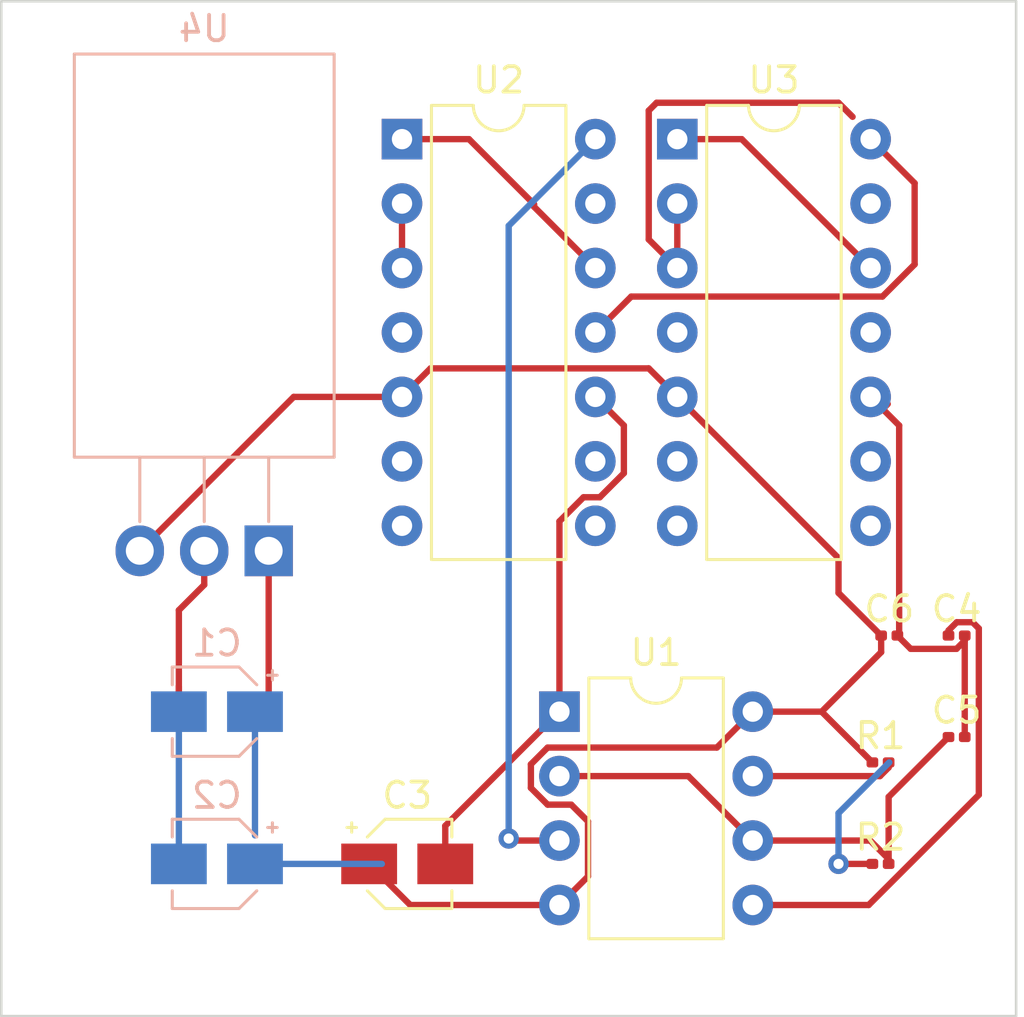
<source format=kicad_pcb>
(kicad_pcb (version 20221018) (generator pcbnew)
  (title_block (title "Rodney Beacon") (date "2023-11-28") (rev "0") (company "Cartheur Research"))
  (layers (0 "F.Cu" signal) (31 "B.Cu" signal) (34 "B.Paste" user) (35 "F.Paste" user) (36 "B.SilkS" user "B.Silkscreen") (37 "F.SilkS" user "F.Silkscreen") (38 "B.Mask" user) (39 "F.Mask" user) (44 "Edge.Cuts" user))
  (net 0 "")
  (net 1 "+12V")
  (net 2 "GND")
  (net 3 "/power")
  (net 4 "Net-(U1-CV)")
  (net 5 "Net-(U1-THR)")
  (net 6 "Net-(U1-DIS)")
  (net 7 "Net-(U1-Q)")
  (net 8 "Net-(U2-CP1..3)")
  (net 9 "Net-(U2-R0(1))")
  (net 12 "Net-(U2-Q3)")
  (net 13 "Net-(U3-CP1..3)")
  (net 14 "Net-(U3-R0(1))")
  (net 18 "Net-(U3-GND)")
  (footprint "Resistor_SMD:R_0201_0603Metric" (layer "F.Cu") (at 181.655 119)
    (fp_text reference "R1" (at 0 -1.05) (layer "F.SilkS"))
    (fp_text value "15k")
    (pad "1" smd roundrect (at -0.32 0) (size 0.46 0.4) (layers "F.Cu" "F.Mask") (net 3 "/power"))
    (pad "2" smd roundrect (at 0.32 0) (size 0.46 0.4) (layers "F.Cu" "F.Mask") (net 6 "Net-(U1-DIS)"))
  )
  (footprint "Capacitor_SMD:C_0201_0603Metric" (layer "F.Cu") (at 184.655 118)
    (fp_text reference "C5" (at 0 -1.05) (layer "F.SilkS"))
    (fp_text value "0.1uF")
    (pad "1" smd roundrect (at -0.32 0) (size 0.46 0.4) (layers "F.Cu" "F.Mask") (net 5 "Net-(U1-THR)"))
    (pad "2" smd roundrect (at 0.32 0) (size 0.46 0.4) (layers "F.Cu" "F.Mask") (net 2 "GND"))
  )
  (footprint "Capacitor_SMD:CP_Elec_3x5.3" (layer "F.Cu") (at 163 123)
    (fp_text reference "C3" (at 0 -2.7) (layer "F.SilkS"))
    (fp_text value "100pF")
    (fp_line (start -2.375 -1.435) (end -2 -1.435) (stroke (width 0.12)) (layer "F.SilkS"))
    (fp_line (start -2.1875 -1.6225) (end -2.1875 -1.2475) (stroke (width 0.12)) (layer "F.SilkS"))
    (fp_line (start -1.570563 -1.06) (end -0.870563 -1.76) (stroke (width 0.12)) (layer "F.SilkS"))
    (fp_line (start -1.570563 1.06) (end -0.870563 1.76) (stroke (width 0.12)) (layer "F.SilkS"))
    (fp_line (start -0.870563 -1.76) (end 1.76 -1.76) (stroke (width 0.12)) (layer "F.SilkS"))
    (fp_line (start -0.870563 1.76) (end 1.76 1.76) (stroke (width 0.12)) (layer "F.SilkS"))
    (fp_line (start 1.76 -1.76) (end 1.76 -1.06) (stroke (width 0.12)) (layer "F.SilkS"))
    (fp_line (start 1.76 1.76) (end 1.76 1.06) (stroke (width 0.12)) (layer "F.SilkS"))
    (pad "1" smd rect (at -1.5 0) (size 2.2 1.6) (layers "F.Cu" "F.Paste" "F.Mask") (net 3 "/power"))
    (pad "2" smd rect (at 1.5 0) (size 2.2 1.6) (layers "F.Cu" "F.Paste" "F.Mask") (net 2 "GND"))
  )
  (footprint "Resistor_SMD:R_0201_0603Metric" (layer "F.Cu") (at 181.655 123)
    (fp_text reference "R2" (at 0 -1.05) (layer "F.SilkS"))
    (fp_text value "1.8k")
    (pad "1" smd roundrect (at -0.32 0) (size 0.46 0.4) (layers "F.Cu" "F.Mask") (net 6 "Net-(U1-DIS)"))
    (pad "2" smd roundrect (at 0.32 0) (size 0.46 0.4) (layers "F.Cu" "F.Mask") (net 5 "Net-(U1-THR)"))
  )
  (footprint "Package_DIP:DIP-8_W7.62mm" (layer "F.Cu") (at 169 117)
    (fp_text reference "U1" (at 3.81 -2.33) (layer "F.SilkS"))
    (fp_text value "LM555xN")
    (fp_line (start 1.16 -1.33) (end 1.16 8.95) (stroke (width 0.12)) (layer "F.SilkS"))
    (fp_line (start 1.16 8.95) (end 6.46 8.95) (stroke (width 0.12)) (layer "F.SilkS"))
    (fp_line (start 2.81 -1.33) (end 1.16 -1.33) (stroke (width 0.12)) (layer "F.SilkS"))
    (fp_line (start 6.46 -1.33) (end 4.81 -1.33) (stroke (width 0.12)) (layer "F.SilkS"))
    (fp_line (start 6.46 8.95) (end 6.46 -1.33) (stroke (width 0.12)) (layer "F.SilkS"))
    (fp_arc (start 4.81 -1.33) (mid 3.81 -0.33) (end 2.81 -1.33) (stroke (width 0.12)) (layer "F.SilkS"))
    (pad "1" thru_hole rect (at 0 0) (size 1.6 1.6) (drill 0.8) (layers "*.Cu" "*.Mask") (net 2 "GND"))
    (pad "2" thru_hole oval (at 0 2.54) (size 1.6 1.6) (drill 0.8) (layers "*.Cu" "*.Mask") (net 5 "Net-(U1-THR)"))
    (pad "3" thru_hole oval (at 0 5.08) (size 1.6 1.6) (drill 0.8) (layers "*.Cu" "*.Mask") (net 7 "Net-(U1-Q)"))
    (pad "4" thru_hole oval (at 0 7.62) (size 1.6 1.6) (drill 0.8) (layers "*.Cu" "*.Mask") (net 3 "/power"))
    (pad "5" thru_hole oval (at 7.62 7.62) (size 1.6 1.6) (drill 0.8) (layers "*.Cu" "*.Mask") (net 4 "Net-(U1-CV)"))
    (pad "6" thru_hole oval (at 7.62 5.08) (size 1.6 1.6) (drill 0.8) (layers "*.Cu" "*.Mask") (net 5 "Net-(U1-THR)"))
    (pad "7" thru_hole oval (at 7.62 2.54) (size 1.6 1.6) (drill 0.8) (layers "*.Cu" "*.Mask") (net 6 "Net-(U1-DIS)"))
    (pad "8" thru_hole oval (at 7.62 0) (size 1.6 1.6) (drill 0.8) (layers "*.Cu" "*.Mask") (net 3 "/power"))
  )
  (footprint "Capacitor_SMD:C_0201_0603Metric" (layer "F.Cu") (at 184.655 114)
    (fp_text reference "C4" (at 0 -1.05) (layer "F.SilkS"))
    (fp_text value "0.01uF")
    (pad "1" smd roundrect (at -0.32 0) (size 0.46 0.4) (layers "F.Cu" "F.Mask") (net 4 "Net-(U1-CV)"))
    (pad "2" smd roundrect (at 0.32 0) (size 0.46 0.4) (layers "F.Cu" "F.Mask") (net 2 "GND"))
  )
  (footprint "Package_DIP:DIP-14_W7.62mm" (layer "F.Cu") (at 173.645 94.434)
    (fp_text reference "U3" (at 3.81 -2.33) (layer "F.SilkS"))
    (fp_text value "74LS93")
    (fp_line (start 1.16 -1.33) (end 1.16 16.57) (stroke (width 0.12)) (layer "F.SilkS"))
    (fp_line (start 1.16 16.57) (end 6.46 16.57) (stroke (width 0.12)) (layer "F.SilkS"))
    (fp_line (start 2.81 -1.33) (end 1.16 -1.33) (stroke (width 0.12)) (layer "F.SilkS"))
    (fp_line (start 6.46 -1.33) (end 4.81 -1.33) (stroke (width 0.12)) (layer "F.SilkS"))
    (fp_line (start 6.46 16.57) (end 6.46 -1.33) (stroke (width 0.12)) (layer "F.SilkS"))
    (fp_arc (start 4.81 -1.33) (mid 3.81 -0.33) (end 2.81 -1.33) (stroke (width 0.12)) (layer "F.SilkS"))
    (pad "1" thru_hole rect (at 0 0) (size 1.6 1.6) (drill 0.8) (layers "*.Cu" "*.Mask") (net 13 "Net-(U3-CP1..3)"))
    (pad "2" thru_hole oval (at 0 2.54) (size 1.6 1.6) (drill 0.8) (layers "*.Cu" "*.Mask") (net 14 "Net-(U3-R0(1))"))
    (pad "3" thru_hole oval (at 0 5.08) (size 1.6 1.6) (drill 0.8) (layers "*.Cu" "*.Mask") (net 14 "Net-(U3-R0(1))"))
    (pad "4" thru_hole oval (at 0 7.62) (size 1.6 1.6) (drill 0.8) (layers "*.Cu" "*.Mask"))
    (pad "5" thru_hole oval (at 0 10.16) (size 1.6 1.6) (drill 0.8) (layers "*.Cu" "*.Mask") (net 3 "/power"))
    (pad "6" thru_hole oval (at 0 12.7) (size 1.6 1.6) (drill 0.8) (layers "*.Cu" "*.Mask"))
    (pad "7" thru_hole oval (at 0 15.24) (size 1.6 1.6) (drill 0.8) (layers "*.Cu" "*.Mask"))
    (pad "8" thru_hole oval (at 7.62 15.24) (size 1.6 1.6) (drill 0.8) (layers "*.Cu" "*.Mask"))
    (pad "9" thru_hole oval (at 7.62 12.7) (size 1.6 1.6) (drill 0.8) (layers "*.Cu" "*.Mask"))
    (pad "10" thru_hole oval (at 7.62 10.16) (size 1.6 1.6) (drill 0.8) (layers "*.Cu" "*.Mask") (net 18 "Net-(U3-GND)"))
    (pad "11" thru_hole oval (at 7.62 7.62) (size 1.6 1.6) (drill 0.8) (layers "*.Cu" "*.Mask"))
    (pad "12" thru_hole oval (at 7.62 5.08) (size 1.6 1.6) (drill 0.8) (layers "*.Cu" "*.Mask") (net 13 "Net-(U3-CP1..3)"))
    (pad "13" thru_hole oval (at 7.62 2.54) (size 1.6 1.6) (drill 0.8) (layers "*.Cu" "*.Mask"))
    (pad "14" thru_hole oval (at 7.62 0) (size 1.6 1.6) (drill 0.8) (layers "*.Cu" "*.Mask") (net 12 "Net-(U2-Q3)"))
  )
  (footprint "Package_DIP:DIP-14_W7.62mm" (layer "F.Cu") (at 162.795 94.434)
    (fp_text reference "U2" (at 3.81 -2.33) (layer "F.SilkS"))
    (fp_text value "74LS93")
    (fp_line (start 1.16 -1.33) (end 1.16 16.57) (stroke (width 0.12)) (layer "F.SilkS"))
    (fp_line (start 1.16 16.57) (end 6.46 16.57) (stroke (width 0.12)) (layer "F.SilkS"))
    (fp_line (start 2.81 -1.33) (end 1.16 -1.33) (stroke (width 0.12)) (layer "F.SilkS"))
    (fp_line (start 6.46 -1.33) (end 4.81 -1.33) (stroke (width 0.12)) (layer "F.SilkS"))
    (fp_line (start 6.46 16.57) (end 6.46 -1.33) (stroke (width 0.12)) (layer "F.SilkS"))
    (fp_arc (start 4.81 -1.33) (mid 3.81 -0.33) (end 2.81 -1.33) (stroke (width 0.12)) (layer "F.SilkS"))
    (pad "1" thru_hole rect (at 0 0) (size 1.6 1.6) (drill 0.8) (layers "*.Cu" "*.Mask") (net 8 "Net-(U2-CP1..3)"))
    (pad "2" thru_hole oval (at 0 2.54) (size 1.6 1.6) (drill 0.8) (layers "*.Cu" "*.Mask") (net 9 "Net-(U2-R0(1))"))
    (pad "3" thru_hole oval (at 0 5.08) (size 1.6 1.6) (drill 0.8) (layers "*.Cu" "*.Mask") (net 9 "Net-(U2-R0(1))"))
    (pad "4" thru_hole oval (at 0 7.62) (size 1.6 1.6) (drill 0.8) (layers "*.Cu" "*.Mask"))
    (pad "5" thru_hole oval (at 0 10.16) (size 1.6 1.6) (drill 0.8) (layers "*.Cu" "*.Mask") (net 3 "/power"))
    (pad "6" thru_hole oval (at 0 12.7) (size 1.6 1.6) (drill 0.8) (layers "*.Cu" "*.Mask"))
    (pad "7" thru_hole oval (at 0 15.24) (size 1.6 1.6) (drill 0.8) (layers "*.Cu" "*.Mask"))
    (pad "8" thru_hole oval (at 7.62 15.24) (size 1.6 1.6) (drill 0.8) (layers "*.Cu" "*.Mask"))
    (pad "9" thru_hole oval (at 7.62 12.7) (size 1.6 1.6) (drill 0.8) (layers "*.Cu" "*.Mask"))
    (pad "10" thru_hole oval (at 7.62 10.16) (size 1.6 1.6) (drill 0.8) (layers "*.Cu" "*.Mask") (net 2 "GND"))
    (pad "11" thru_hole oval (at 7.62 7.62) (size 1.6 1.6) (drill 0.8) (layers "*.Cu" "*.Mask") (net 12 "Net-(U2-Q3)"))
    (pad "12" thru_hole oval (at 7.62 5.08) (size 1.6 1.6) (drill 0.8) (layers "*.Cu" "*.Mask") (net 8 "Net-(U2-CP1..3)"))
    (pad "13" thru_hole oval (at 7.62 2.54) (size 1.6 1.6) (drill 0.8) (layers "*.Cu" "*.Mask"))
    (pad "14" thru_hole oval (at 7.62 0) (size 1.6 1.6) (drill 0.8) (layers "*.Cu" "*.Mask") (net 7 "Net-(U1-Q)"))
  )
  (footprint "Capacitor_SMD:C_0201_0603Metric" (layer "F.Cu") (at 182 114)
    (fp_text reference "C6" (at 0 -1.05) (layer "F.SilkS"))
    (fp_text value "0.01uF")
    (pad "1" smd roundrect (at -0.32 0) (size 0.46 0.4) (layers "F.Cu" "F.Mask") (net 3 "/power"))
    (pad "2" smd roundrect (at 0.32 0) (size 0.46 0.4) (layers "F.Cu" "F.Mask") (net 18 "Net-(U3-GND)"))
  )
  (footprint "Package_TO_SOT_THT:TO-220-3_Horizontal_TabDown" (layer "B.Cu") (at 157.54 110.66 180)
    (fp_text reference "U4" (at 2.54 20.58) (layer "B.SilkS") (effects (justify mirror)))
    (fp_text value "L7805")
    (fp_line (start -2.58 3.69) (end 7.66 3.69) (stroke (width 0.12)) (layer "B.SilkS"))
    (fp_line (start -2.58 19.58) (end -2.58 3.69) (stroke (width 0.12)) (layer "B.SilkS"))
    (fp_line (start -2.58 19.58) (end 7.66 19.58) (stroke (width 0.12)) (layer "B.SilkS"))
    (fp_line (start 0 3.69) (end 0 1.15) (stroke (width 0.12)) (layer "B.SilkS"))
    (fp_line (start 2.54 3.69) (end 2.54 1.15) (stroke (width 0.12)) (layer "B.SilkS"))
    (fp_line (start 5.08 3.69) (end 5.08 1.15) (stroke (width 0.12)) (layer "B.SilkS"))
    (fp_line (start 7.66 19.58) (end 7.66 3.69) (stroke (width 0.12)) (layer "B.SilkS"))
    (pad "" np_thru_hole oval (at 2.54 16.66 180) (size 3.5 3.5) (drill 3.5) (layers "*.Cu" "*.Mask"))
    (pad "1" thru_hole rect (at 0 0 180) (size 1.905 2) (drill 1.1) (layers "*.Cu" "*.Mask") (net 1 "+12V"))
    (pad "2" thru_hole oval (at 2.54 0 180) (size 1.905 2) (drill 1.1) (layers "*.Cu" "*.Mask") (net 2 "GND"))
    (pad "3" thru_hole oval (at 5.08 0 180) (size 1.905 2) (drill 1.1) (layers "*.Cu" "*.Mask") (net 3 "/power"))
  )
  (footprint "Capacitor_SMD:CP_Elec_3x5.3" (layer "B.Cu") (at 155.5 123 180)
    (fp_text reference "C2" (at 0 2.7) (layer "B.SilkS") (effects (justify mirror)))
    (fp_text value "0.1uF")
    (fp_line (start -2.375 1.435) (end -2 1.435) (stroke (width 0.12)) (layer "B.SilkS"))
    (fp_line (start -2.1875 1.6225) (end -2.1875 1.2475) (stroke (width 0.12)) (layer "B.SilkS"))
    (fp_line (start -1.570563 -1.06) (end -0.870563 -1.76) (stroke (width 0.12)) (layer "B.SilkS"))
    (fp_line (start -1.570563 1.06) (end -0.870563 1.76) (stroke (width 0.12)) (layer "B.SilkS"))
    (fp_line (start -0.870563 -1.76) (end 1.76 -1.76) (stroke (width 0.12)) (layer "B.SilkS"))
    (fp_line (start -0.870563 1.76) (end 1.76 1.76) (stroke (width 0.12)) (layer "B.SilkS"))
    (fp_line (start 1.76 -1.76) (end 1.76 -1.06) (stroke (width 0.12)) (layer "B.SilkS"))
    (fp_line (start 1.76 1.76) (end 1.76 1.06) (stroke (width 0.12)) (layer "B.SilkS"))
    (pad "1" smd rect (at -1.5 0 180) (size 2.2 1.6) (layers "B.Cu" "B.Paste" "B.Mask") (net 3 "/power"))
    (pad "2" smd rect (at 1.5 0 180) (size 2.2 1.6) (layers "B.Cu" "B.Paste" "B.Mask") (net 2 "GND"))
  )
  (footprint "Capacitor_SMD:CP_Elec_3x5.3" (layer "B.Cu") (at 155.5 117 180)
    (fp_text reference "C1" (at 0 2.7) (layer "B.SilkS") (effects (justify mirror)))
    (fp_text value "0.1uF")
    (fp_line (start -2.375 1.435) (end -2 1.435) (stroke (width 0.12)) (layer "B.SilkS"))
    (fp_line (start -2.1875 1.6225) (end -2.1875 1.2475) (stroke (width 0.12)) (layer "B.SilkS"))
    (fp_line (start -1.570563 -1.06) (end -0.870563 -1.76) (stroke (width 0.12)) (layer "B.SilkS"))
    (fp_line (start -1.570563 1.06) (end -0.870563 1.76) (stroke (width 0.12)) (layer "B.SilkS"))
    (fp_line (start -0.870563 -1.76) (end 1.76 -1.76) (stroke (width 0.12)) (layer "B.SilkS"))
    (fp_line (start -0.870563 1.76) (end 1.76 1.76) (stroke (width 0.12)) (layer "B.SilkS"))
    (fp_line (start 1.76 -1.76) (end 1.76 -1.06) (stroke (width 0.12)) (layer "B.SilkS"))
    (fp_line (start 1.76 1.76) (end 1.76 1.06) (stroke (width 0.12)) (layer "B.SilkS"))
    (pad "1" smd rect (at -1.5 0 180) (size 2.2 1.6) (layers "B.Cu" "B.Paste" "B.Mask") (net 1 "+12V"))
    (pad "2" smd rect (at 1.5 0 180) (size 2.2 1.6) (layers "B.Cu" "B.Paste" "B.Mask") (net 2 "GND"))
  )
  (gr_rect (start 147 89) (end 187 129) (stroke (width 0.1)) (fill none) (layer "Edge.Cuts"))
  (segment (start 157.54 110.66) (end 157.54 116.46) (width 0.25) (layer "F.Cu") (net 1))
  (segment (start 157.54 116.46) (end 157 117) (width 0.25) (layer "F.Cu") (net 1))
  (segment (start 157 117) (end 157 121.875) (width 0.25) (layer "B.Cu") (net 1))
  (segment (start 155 110.66) (end 155 112) (width 0.25) (layer "F.Cu") (net 2))
  (segment (start 171.54 105.719) (end 170.415 104.594) (width 0.25) (layer "F.Cu") (net 2))
  (segment (start 171.54 107.599991) (end 171.54 105.719) (width 0.25) (layer "F.Cu") (net 2))
  (segment (start 169 117) (end 169 109.498009) (width 0.25) (layer "F.Cu") (net 2))
  (segment (start 164.5 121.5) (end 169 117) (width 0.25) (layer "F.Cu") (net 2))
  (segment (start 169 109.498009) (end 169.949009 108.549) (width 0.25) (layer "F.Cu") (net 2))
  (segment (start 184.975 118) (end 184.975 114) (width 0.25) (layer "F.Cu") (net 2))
  (segment (start 181.813595 105) (end 181.94 104.873595) (width 0.25) (layer "F.Cu") (net 2))
  (segment (start 184.649999 114.525) (end 182.845 114.525) (width 0.25) (layer "F.Cu") (net 2))
  (segment (start 169 117) (end 169 116.859) (width 0.25) (layer "F.Cu") (net 2))
  (segment (start 182.845 114.525) (end 182.32 114) (width 0.25) (layer "F.Cu") (net 2))
  (segment (start 155 112) (end 154 113) (width 0.25) (layer "F.Cu") (net 2))
  (segment (start 181.671 105) (end 181.813595 105) (width 0.25) (layer "F.Cu") (net 2))
  (segment (start 182.39 105.719) (end 181.265 104.594) (width 0.25) (layer "F.Cu") (net 2))
  (segment (start 182.39 113.93) (end 182.39 105.719) (width 0.25) (layer "F.Cu") (net 2))
  (segment (start 170.590991 108.549) (end 171.54 107.599991) (width 0.25) (layer "F.Cu") (net 2))
  (segment (start 154 113) (end 154 117) (width 0.25) (layer "F.Cu") (net 2))
  (segment (start 182.32 114) (end 182.39 113.93) (width 0.25) (layer "F.Cu") (net 2))
  (segment (start 164.5 123) (end 164.5 121.5) (width 0.25) (layer "F.Cu") (net 2))
  (segment (start 184.975 114.199999) (end 184.649999 114.525) (width 0.25) (layer "F.Cu") (net 2))
  (segment (start 169.949009 108.549) (end 170.590991 108.549) (width 0.25) (layer "F.Cu") (net 2))
  (segment (start 184.975 114) (end 184.975 114.199999) (width 0.25) (layer "F.Cu") (net 2))
  (segment (start 154 117) (end 154 116) (width 0.25) (layer "F.Cu") (net 2))
  (segment (start 181.265 104.594) (end 181.671 105) (width 0.25) (layer "F.Cu") (net 2))
  (segment (start 154 117) (end 154 123) (width 0.25) (layer "B.Cu") (net 2))
  (segment (start 180 112.32) (end 181.68 114) (width 0.25) (layer "F.Cu") (net 3))
  (segment (start 168.534009 120.665) (end 167.875 120.005991) (width 0.25) (layer "F.Cu") (net 3))
  (segment (start 181.68 114.655) (end 179.335 117) (width 0.25) (layer "F.Cu") (net 3))
  (segment (start 167.875 119.074009) (end 168.534009 118.415) (width 0.25) (layer "F.Cu") (net 3))
  (segment (start 163.12 124.62) (end 161.5 123) (width 0.25) (layer "F.Cu") (net 3))
  (segment (start 170.125 123.495) (end 170.125 121.324009) (width 0.25) (layer "F.Cu") (net 3))
  (segment (start 180 110.949) (end 173.645 104.594) (width 0.25) (layer "F.Cu") (net 3))
  (segment (start 169 124.62) (end 163.12 124.62) (width 0.25) (layer "F.Cu") (net 3))
  (segment (start 179.335 117) (end 181.335 119) (width 0.25) (layer "F.Cu") (net 3))
  (segment (start 175.205 118.415) (end 176.62 117) (width 0.25) (layer "F.Cu") (net 3))
  (segment (start 180 112.32) (end 180 110.949) (width 0.25) (layer "F.Cu") (net 3))
  (segment (start 167.875 120.005991) (end 167.875 119.074009) (width 0.25) (layer "F.Cu") (net 3))
  (segment (start 162.795 104.594) (end 158.526 104.594) (width 0.25) (layer "F.Cu") (net 3))
  (segment (start 172.52 103.469) (end 173.645 104.594) (width 0.25) (layer "F.Cu") (net 3))
  (segment (start 176.62 117) (end 179.335 117) (width 0.25) (layer "F.Cu") (net 3))
  (segment (start 181.68 114) (end 181.68 114.655) (width 0.25) (layer "F.Cu") (net 3))
  (segment (start 158.526 104.594) (end 152.46 110.66) (width 0.25) (layer "F.Cu") (net 3))
  (segment (start 170.125 121.324009) (end 169.465991 120.665) (width 0.25) (layer "F.Cu") (net 3))
  (segment (start 162.795 104.594) (end 163.92 103.469) (width 0.25) (layer "F.Cu") (net 3))
  (segment (start 169.465991 120.665) (end 168.534009 120.665) (width 0.25) (layer "F.Cu") (net 3))
  (segment (start 169 124.62) (end 170.125 123.495) (width 0.25) (layer "F.Cu") (net 3))
  (segment (start 163.92 103.469) (end 172.52 103.469) (width 0.25) (layer "F.Cu") (net 3))
  (segment (start 168.534009 118.415) (end 175.205 118.415) (width 0.25) (layer "F.Cu") (net 3))
  (segment (start 162 123) (end 157 123) (width 0.25) (layer "B.Cu") (net 3))
  (segment (start 181.188812 124.62) (end 176.62 124.62) (width 0.25) (layer "F.Cu") (net 4))
  (segment (start 184.660001 113.475) (end 185.283812 113.475) (width 0.25) (layer "F.Cu") (net 4))
  (segment (start 185.283812 113.475) (end 185.53 113.721188) (width 0.25) (layer "F.Cu") (net 4))
  (segment (start 184.335 114) (end 184.335 113.800001) (width 0.25) (layer "F.Cu") (net 4))
  (segment (start 184.335 113.800001) (end 184.660001 113.475) (width 0.25) (layer "F.Cu") (net 4))
  (segment (start 185.53 113.721188) (end 185.53 120.278812) (width 0.25) (layer "F.Cu") (net 4))
  (segment (start 185.53 120.278812) (end 181.188812 124.62) (width 0.25) (layer "F.Cu") (net 4))
  (segment (start 169 119.54) (end 174.08 119.54) (width 0.25) (layer "F.Cu") (net 5))
  (segment (start 174.08 119.54) (end 176.62 122.08) (width 0.25) (layer "F.Cu") (net 5))
  (segment (start 181.975 123) (end 181.975 120.36) (width 0.25) (layer "F.Cu") (net 5))
  (segment (start 181.248812 122.08) (end 181.975 122.806188) (width 0.25) (layer "F.Cu") (net 5))
  (segment (start 181.975 122.806188) (end 181.975 123) (width 0.25) (layer "F.Cu") (net 5))
  (segment (start 181.975 120.36) (end 184.335 118) (width 0.25) (layer "F.Cu") (net 5))
  (segment (start 176.62 122.08) (end 181.248812 122.08) (width 0.25) (layer "F.Cu") (net 5))
  (segment (start 181.335 123) (end 180 123) (width 0.25) (layer "F.Cu") (net 6))
  (segment (start 176.62 119.54) (end 181.634999 119.54) (width 0.25) (layer "F.Cu") (net 6))
  (segment (start 181.975 119.199999) (end 181.975 119) (width 0.25) (layer "F.Cu") (net 6))
  (segment (start 181.634999 119.54) (end 181.975 119.199999) (width 0.25) (layer "F.Cu") (net 6))
  (via (at 180 123) (size 0.8) (drill 0.4) (layers "F.Cu" "B.Cu") (net 6))
  (segment (start 180 123) (end 180 121) (width 0.25) (layer "B.Cu") (net 6))
  (segment (start 180 121) (end 182 119) (width 0.25) (layer "B.Cu") (net 6))
  (segment (start 167.08 122.08) (end 167 122) (width 0.25) (layer "F.Cu") (net 7))
  (segment (start 169 122.08) (end 167.08 122.08) (width 0.25) (layer "F.Cu") (net 7))
  (via (at 167 122) (size 0.8) (drill 0.4) (layers "F.Cu" "B.Cu") (net 7))
  (segment (start 167 97.849) (end 170.415 94.434) (width 0.25) (layer "B.Cu") (net 7))
  (segment (start 167 122) (end 167 97.849) (width 0.25) (layer "B.Cu") (net 7))
  (segment (start 165.434 94.434) (end 168 97) (width 0.25) (layer "F.Cu") (net 8))
  (segment (start 162.795 94.434) (end 165.434 94.434) (width 0.25) (layer "F.Cu") (net 8))
  (segment (start 168 97) (end 168 97.099) (width 0.25) (layer "F.Cu") (net 8))
  (segment (start 168 97.099) (end 170.415 99.514) (width 0.25) (layer "F.Cu") (net 8))
  (segment (start 162.795 96.974) (end 162.795 99.514) (width 0.25) (layer "F.Cu") (net 9))
  (segment (start 183 99.369991) (end 183 96.169) (width 0.25) (layer "F.Cu") (net 12))
  (segment (start 181.730991 100.639) (end 183 99.369991) (width 0.25) (layer "F.Cu") (net 12))
  (segment (start 183 96.169) (end 181.265 94.434) (width 0.25) (layer "F.Cu") (net 12))
  (segment (start 171.83 100.639) (end 181.730991 100.639) (width 0.25) (layer "F.Cu") (net 12))
  (segment (start 170.415 102.054) (end 171.83 100.639) (width 0.25) (layer "F.Cu") (net 12))
  (segment (start 173.645 94.434) (end 176.185 94.434) (width 0.25) (layer "F.Cu") (net 13))
  (segment (start 176.185 94.434) (end 181.265 99.514) (width 0.25) (layer "F.Cu") (net 13))
  (segment (start 172.829 93) (end 180 93) (width 0.25) (layer "F.Cu") (net 14))
  (segment (start 180 93) (end 180.554005 93.554005) (width 0.25) (layer "F.Cu") (net 14))
  (segment (start 173.645 99.514) (end 173.645 96.974) (width 0.25) (layer "F.Cu") (net 14))
  (segment (start 172.52 98.389) (end 172.52 93.309) (width 0.25) (layer "F.Cu") (net 14))
  (segment (start 173.645 99.514) (end 172.52 98.389) (width 0.25) (layer "F.Cu") (net 14))
  (segment (start 172.52 93.309) (end 172.829 93) (width 0.25) (layer "F.Cu") (net 14))
)
</source>
